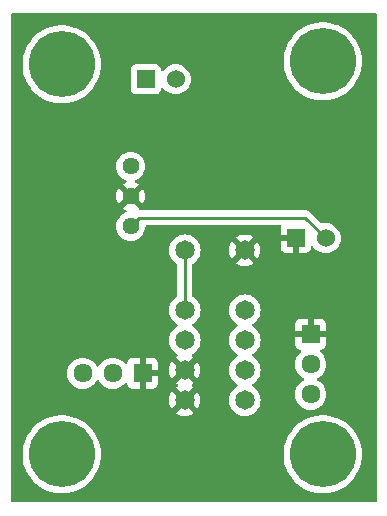
<source format=gbr>
%TF.GenerationSoftware,KiCad,Pcbnew,7.0.2*%
%TF.CreationDate,2023-05-21T22:41:38+02:00*%
%TF.ProjectId,AMS & IMD Reset,414d5320-2620-4494-9d44-205265736574,rev?*%
%TF.SameCoordinates,Original*%
%TF.FileFunction,Copper,L2,Bot*%
%TF.FilePolarity,Positive*%
%FSLAX46Y46*%
G04 Gerber Fmt 4.6, Leading zero omitted, Abs format (unit mm)*
G04 Created by KiCad (PCBNEW 7.0.2) date 2023-05-21 22:41:38*
%MOMM*%
%LPD*%
G01*
G04 APERTURE LIST*
%TA.AperFunction,ComponentPad*%
%ADD10R,1.610000X1.610000*%
%TD*%
%TA.AperFunction,ComponentPad*%
%ADD11C,1.610000*%
%TD*%
%TA.AperFunction,ComponentPad*%
%ADD12C,5.600000*%
%TD*%
%TA.AperFunction,ComponentPad*%
%ADD13R,1.530000X1.530000*%
%TD*%
%TA.AperFunction,ComponentPad*%
%ADD14C,1.530000*%
%TD*%
%TA.AperFunction,ComponentPad*%
%ADD15C,1.440000*%
%TD*%
%TA.AperFunction,ComponentPad*%
%ADD16C,1.650000*%
%TD*%
%TA.AperFunction,Conductor*%
%ADD17C,0.250000*%
%TD*%
G04 APERTURE END LIST*
D10*
%TO.P,J2,1,1*%
%TO.N,GND*%
X183896000Y-100076000D03*
D11*
%TO.P,J2,2,2*%
%TO.N,/C Button + LED*%
X183896000Y-102616000D03*
%TO.P,J2,3,3*%
%TO.N,/NO Button*%
X183896000Y-105156000D03*
%TD*%
D10*
%TO.P,J1,1,1*%
%TO.N,GND*%
X169672000Y-103378000D03*
D11*
%TO.P,J1,2,2*%
%TO.N,/AMS Input*%
X167132000Y-103378000D03*
%TO.P,J1,3,3*%
%TO.N,/IMD Input*%
X164592000Y-103378000D03*
%TD*%
D12*
%TO.P,,1*%
%TO.N,N/C*%
X162814000Y-110236000D03*
%TD*%
D13*
%TO.P,J3,1,1*%
%TO.N,/SCin*%
X169926000Y-78486000D03*
D14*
%TO.P,J3,2,2*%
%TO.N,/SCout*%
X172466000Y-78486000D03*
%TD*%
D15*
%TO.P,U1,1,+VIN*%
%TO.N,+12V*%
X168656000Y-90932000D03*
%TO.P,U1,2,GND*%
%TO.N,GND*%
X168656000Y-88392000D03*
%TO.P,U1,3,+VOUT*%
%TO.N,+5V*%
X168656000Y-85852000D03*
%TD*%
D12*
%TO.P,,1*%
%TO.N,N/C*%
X184912000Y-76962000D03*
%TD*%
D16*
%TO.P,K2,1,1*%
%TO.N,Net-(K2-Pad1)*%
X173228000Y-92964000D03*
%TO.P,K2,2,2*%
X173228000Y-98044000D03*
%TO.P,K2,3,3*%
%TO.N,Net-(G1-Y)*%
X173228000Y-100584000D03*
%TO.P,K2,4,4*%
%TO.N,GND*%
X173228000Y-103124000D03*
%TO.P,K2,5,5*%
X173228000Y-105664000D03*
%TO.P,K2,6,6*%
%TO.N,/NO Button*%
X178308000Y-105664000D03*
%TO.P,K2,7,7*%
%TO.N,/C Button + LED*%
X178308000Y-103124000D03*
%TO.P,K2,8,8*%
%TO.N,+12V*%
X178308000Y-100584000D03*
%TO.P,K2,9,9*%
%TO.N,Net-(K2-Pad9)*%
X178308000Y-98044000D03*
%TO.P,K2,10,10*%
%TO.N,GND*%
X178308000Y-92964000D03*
%TD*%
D12*
%TO.P,,1*%
%TO.N,N/C*%
X162814000Y-77216000D03*
%TD*%
D13*
%TO.P,J4,1,1*%
%TO.N,GND*%
X182626000Y-91948000D03*
D14*
%TO.P,J4,2,2*%
%TO.N,+12V*%
X185166000Y-91948000D03*
%TD*%
D12*
%TO.P,,1*%
%TO.N,N/C*%
X184912000Y-110236000D03*
%TD*%
D17*
%TO.N,+12V*%
X183430001Y-90212001D02*
X169375999Y-90212001D01*
X169375999Y-90212001D02*
X168656000Y-90932000D01*
X185166000Y-91948000D02*
X183430001Y-90212001D01*
%TO.N,Net-(K2-Pad1)*%
X173228000Y-92964000D02*
X173228000Y-98044000D01*
%TD*%
%TA.AperFunction,Conductor*%
%TO.N,GND*%
G36*
X189426539Y-72918185D02*
G01*
X189472294Y-72970989D01*
X189483500Y-73022500D01*
X189483500Y-114175500D01*
X189463815Y-114242539D01*
X189411011Y-114288294D01*
X189359500Y-114299500D01*
X158620500Y-114299500D01*
X158553461Y-114279815D01*
X158507706Y-114227011D01*
X158496500Y-114175500D01*
X158496500Y-110236000D01*
X159500641Y-110236000D01*
X159500823Y-110239356D01*
X159519881Y-110590878D01*
X159519882Y-110590894D01*
X159520064Y-110594237D01*
X159520606Y-110597547D01*
X159520607Y-110597550D01*
X159577561Y-110944960D01*
X159577563Y-110944972D01*
X159578105Y-110948274D01*
X159579001Y-110951503D01*
X159579004Y-110951514D01*
X159654884Y-111224806D01*
X159674085Y-111293961D01*
X159806877Y-111627243D01*
X159808447Y-111630205D01*
X159808452Y-111630215D01*
X159928356Y-111856377D01*
X159974925Y-111944215D01*
X160176258Y-112241159D01*
X160408516Y-112514595D01*
X160410947Y-112516898D01*
X160410953Y-112516904D01*
X160590533Y-112687011D01*
X160668977Y-112761317D01*
X160954586Y-112978431D01*
X161261995Y-113163393D01*
X161587599Y-113314033D01*
X161927583Y-113428587D01*
X162277958Y-113505711D01*
X162634618Y-113544500D01*
X162637976Y-113544500D01*
X162990024Y-113544500D01*
X162993382Y-113544500D01*
X163350042Y-113505711D01*
X163700417Y-113428587D01*
X164040401Y-113314033D01*
X164366005Y-113163393D01*
X164673414Y-112978431D01*
X164959023Y-112761317D01*
X165219484Y-112514595D01*
X165451742Y-112241159D01*
X165653075Y-111944215D01*
X165821123Y-111627243D01*
X165953915Y-111293961D01*
X166049895Y-110948274D01*
X166107936Y-110594237D01*
X166127359Y-110236000D01*
X181598641Y-110236000D01*
X181598823Y-110239356D01*
X181617881Y-110590878D01*
X181617882Y-110590894D01*
X181618064Y-110594237D01*
X181618606Y-110597547D01*
X181618607Y-110597550D01*
X181675561Y-110944960D01*
X181675563Y-110944972D01*
X181676105Y-110948274D01*
X181677001Y-110951503D01*
X181677004Y-110951514D01*
X181752884Y-111224806D01*
X181772085Y-111293961D01*
X181904877Y-111627243D01*
X181906447Y-111630205D01*
X181906452Y-111630215D01*
X182026356Y-111856377D01*
X182072925Y-111944215D01*
X182274258Y-112241159D01*
X182506516Y-112514595D01*
X182508947Y-112516898D01*
X182508953Y-112516904D01*
X182688533Y-112687011D01*
X182766977Y-112761317D01*
X183052586Y-112978431D01*
X183359995Y-113163393D01*
X183685599Y-113314033D01*
X184025583Y-113428587D01*
X184375958Y-113505711D01*
X184732618Y-113544500D01*
X184735976Y-113544500D01*
X185088024Y-113544500D01*
X185091382Y-113544500D01*
X185448042Y-113505711D01*
X185798417Y-113428587D01*
X186138401Y-113314033D01*
X186464005Y-113163393D01*
X186771414Y-112978431D01*
X187057023Y-112761317D01*
X187317484Y-112514595D01*
X187549742Y-112241159D01*
X187751075Y-111944215D01*
X187919123Y-111627243D01*
X188051915Y-111293961D01*
X188147895Y-110948274D01*
X188205936Y-110594237D01*
X188225359Y-110236000D01*
X188205936Y-109877763D01*
X188147895Y-109523726D01*
X188051915Y-109178039D01*
X187919123Y-108844757D01*
X187751075Y-108527785D01*
X187549742Y-108230841D01*
X187317484Y-107957405D01*
X187315051Y-107955100D01*
X187315046Y-107955095D01*
X187059453Y-107712985D01*
X187057023Y-107710683D01*
X186771414Y-107493569D01*
X186768540Y-107491840D01*
X186768536Y-107491837D01*
X186466887Y-107310341D01*
X186466886Y-107310340D01*
X186464005Y-107308607D01*
X186138401Y-107157967D01*
X186045957Y-107126819D01*
X185801591Y-107044482D01*
X185801583Y-107044479D01*
X185798417Y-107043413D01*
X185795150Y-107042694D01*
X185795147Y-107042693D01*
X185451323Y-106967011D01*
X185451319Y-106967010D01*
X185448042Y-106966289D01*
X185444706Y-106965926D01*
X185444699Y-106965925D01*
X185094720Y-106927863D01*
X185094719Y-106927862D01*
X185091382Y-106927500D01*
X184732618Y-106927500D01*
X184729281Y-106927862D01*
X184729279Y-106927863D01*
X184379300Y-106965925D01*
X184379290Y-106965926D01*
X184375958Y-106966289D01*
X184372683Y-106967009D01*
X184372676Y-106967011D01*
X184028852Y-107042693D01*
X184028844Y-107042695D01*
X184025583Y-107043413D01*
X184022421Y-107044478D01*
X184022408Y-107044482D01*
X183688786Y-107156893D01*
X183688783Y-107156894D01*
X183685599Y-107157967D01*
X183682550Y-107159377D01*
X183682544Y-107159380D01*
X183363050Y-107307193D01*
X183363040Y-107307197D01*
X183359995Y-107308607D01*
X183357121Y-107310336D01*
X183357112Y-107310341D01*
X183055463Y-107491837D01*
X183055450Y-107491845D01*
X183052586Y-107493569D01*
X183049928Y-107495589D01*
X183049917Y-107495597D01*
X182769636Y-107708661D01*
X182769628Y-107708667D01*
X182766977Y-107710683D01*
X182764553Y-107712978D01*
X182764546Y-107712985D01*
X182508953Y-107955095D01*
X182508938Y-107955110D01*
X182506516Y-107957405D01*
X182504353Y-107959950D01*
X182504342Y-107959963D01*
X182276431Y-108228282D01*
X182276425Y-108228289D01*
X182274258Y-108230841D01*
X182272378Y-108233613D01*
X182272371Y-108233623D01*
X182074815Y-108524996D01*
X182074807Y-108525008D01*
X182072925Y-108527785D01*
X182071350Y-108530755D01*
X182071348Y-108530759D01*
X181906452Y-108841784D01*
X181906443Y-108841801D01*
X181904877Y-108844757D01*
X181903636Y-108847869D01*
X181903632Y-108847880D01*
X181773330Y-109174913D01*
X181773327Y-109174921D01*
X181772085Y-109178039D01*
X181771185Y-109181277D01*
X181771185Y-109181280D01*
X181677004Y-109520485D01*
X181677000Y-109520500D01*
X181676105Y-109523726D01*
X181675564Y-109527023D01*
X181675561Y-109527039D01*
X181618607Y-109874449D01*
X181618064Y-109877763D01*
X181617882Y-109881103D01*
X181617881Y-109881121D01*
X181598823Y-110232643D01*
X181598641Y-110236000D01*
X166127359Y-110236000D01*
X166107936Y-109877763D01*
X166049895Y-109523726D01*
X165953915Y-109178039D01*
X165821123Y-108844757D01*
X165653075Y-108527785D01*
X165451742Y-108230841D01*
X165219484Y-107957405D01*
X165217051Y-107955100D01*
X165217046Y-107955095D01*
X164961453Y-107712985D01*
X164959023Y-107710683D01*
X164673414Y-107493569D01*
X164670540Y-107491840D01*
X164670536Y-107491837D01*
X164368887Y-107310341D01*
X164368886Y-107310340D01*
X164366005Y-107308607D01*
X164040401Y-107157967D01*
X163947957Y-107126819D01*
X163703591Y-107044482D01*
X163703583Y-107044479D01*
X163700417Y-107043413D01*
X163697150Y-107042694D01*
X163697147Y-107042693D01*
X163353323Y-106967011D01*
X163353319Y-106967010D01*
X163350042Y-106966289D01*
X163346706Y-106965926D01*
X163346699Y-106965925D01*
X162996720Y-106927863D01*
X162996719Y-106927862D01*
X162993382Y-106927500D01*
X162634618Y-106927500D01*
X162631281Y-106927862D01*
X162631279Y-106927863D01*
X162281300Y-106965925D01*
X162281290Y-106965926D01*
X162277958Y-106966289D01*
X162274683Y-106967009D01*
X162274676Y-106967011D01*
X161930852Y-107042693D01*
X161930844Y-107042695D01*
X161927583Y-107043413D01*
X161924421Y-107044478D01*
X161924408Y-107044482D01*
X161590786Y-107156893D01*
X161590783Y-107156894D01*
X161587599Y-107157967D01*
X161584550Y-107159377D01*
X161584544Y-107159380D01*
X161265050Y-107307193D01*
X161265040Y-107307197D01*
X161261995Y-107308607D01*
X161259121Y-107310336D01*
X161259112Y-107310341D01*
X160957463Y-107491837D01*
X160957450Y-107491845D01*
X160954586Y-107493569D01*
X160951928Y-107495589D01*
X160951917Y-107495597D01*
X160671636Y-107708661D01*
X160671628Y-107708667D01*
X160668977Y-107710683D01*
X160666553Y-107712978D01*
X160666546Y-107712985D01*
X160410953Y-107955095D01*
X160410938Y-107955110D01*
X160408516Y-107957405D01*
X160406353Y-107959950D01*
X160406342Y-107959963D01*
X160178431Y-108228282D01*
X160178425Y-108228289D01*
X160176258Y-108230841D01*
X160174378Y-108233613D01*
X160174371Y-108233623D01*
X159976815Y-108524996D01*
X159976807Y-108525008D01*
X159974925Y-108527785D01*
X159973350Y-108530755D01*
X159973348Y-108530759D01*
X159808452Y-108841784D01*
X159808443Y-108841801D01*
X159806877Y-108844757D01*
X159805636Y-108847869D01*
X159805632Y-108847880D01*
X159675330Y-109174913D01*
X159675327Y-109174921D01*
X159674085Y-109178039D01*
X159673185Y-109181277D01*
X159673185Y-109181280D01*
X159579004Y-109520485D01*
X159579000Y-109520500D01*
X159578105Y-109523726D01*
X159577564Y-109527023D01*
X159577561Y-109527039D01*
X159520607Y-109874449D01*
X159520064Y-109877763D01*
X159519882Y-109881103D01*
X159519881Y-109881121D01*
X159500823Y-110232643D01*
X159500641Y-110236000D01*
X158496500Y-110236000D01*
X158496500Y-103378000D01*
X163273482Y-103378000D01*
X163293513Y-103606955D01*
X163352999Y-103828960D01*
X163385195Y-103898004D01*
X163450131Y-104037259D01*
X163581957Y-104225526D01*
X163744474Y-104388043D01*
X163932741Y-104519869D01*
X164141041Y-104617001D01*
X164363042Y-104676486D01*
X164592000Y-104696517D01*
X164820958Y-104676486D01*
X165042959Y-104617001D01*
X165251259Y-104519869D01*
X165439526Y-104388043D01*
X165602043Y-104225526D01*
X165733869Y-104037259D01*
X165749618Y-104003484D01*
X165795790Y-103951045D01*
X165862983Y-103931893D01*
X165929864Y-103952108D01*
X165974381Y-104003484D01*
X165990131Y-104037259D01*
X166121957Y-104225526D01*
X166284474Y-104388043D01*
X166472741Y-104519869D01*
X166681041Y-104617001D01*
X166903042Y-104676486D01*
X167132000Y-104696517D01*
X167360958Y-104676486D01*
X167582959Y-104617001D01*
X167791259Y-104519869D01*
X167979526Y-104388043D01*
X168142043Y-104225526D01*
X168147022Y-104218415D01*
X168201590Y-104174792D01*
X168271088Y-104167594D01*
X168333445Y-104199112D01*
X168368863Y-104259340D01*
X168371885Y-104276278D01*
X168373400Y-104290371D01*
X168423647Y-104425089D01*
X168509811Y-104540188D01*
X168624910Y-104626352D01*
X168759628Y-104676599D01*
X168815867Y-104682645D01*
X168822482Y-104683000D01*
X169422000Y-104683000D01*
X169422000Y-103852128D01*
X169456851Y-103873322D01*
X169598466Y-103913000D01*
X169708595Y-103913000D01*
X169817698Y-103898004D01*
X169922000Y-103852699D01*
X169922000Y-104683000D01*
X170521518Y-104683000D01*
X170528132Y-104682645D01*
X170584371Y-104676599D01*
X170719089Y-104626352D01*
X170834188Y-104540188D01*
X170920352Y-104425089D01*
X170970599Y-104290371D01*
X170976645Y-104234132D01*
X170977000Y-104227518D01*
X170977000Y-103628000D01*
X170150390Y-103628000D01*
X170151485Y-103626449D01*
X170200735Y-103487872D01*
X170210771Y-103341147D01*
X170180849Y-103197155D01*
X170145016Y-103128000D01*
X170977000Y-103128000D01*
X170977000Y-102528481D01*
X170976645Y-102521867D01*
X170970599Y-102465628D01*
X170920352Y-102330910D01*
X170834188Y-102215811D01*
X170719089Y-102129647D01*
X170584371Y-102079400D01*
X170528132Y-102073354D01*
X170521518Y-102073000D01*
X169922000Y-102073000D01*
X169922000Y-102903871D01*
X169887149Y-102882678D01*
X169745534Y-102843000D01*
X169635405Y-102843000D01*
X169526302Y-102857996D01*
X169422000Y-102903300D01*
X169422000Y-102073000D01*
X168822482Y-102073000D01*
X168815867Y-102073354D01*
X168759628Y-102079400D01*
X168624910Y-102129647D01*
X168509811Y-102215811D01*
X168423647Y-102330910D01*
X168373400Y-102465628D01*
X168371885Y-102479721D01*
X168345145Y-102544271D01*
X168287751Y-102584118D01*
X168217926Y-102586609D01*
X168157838Y-102550955D01*
X168147033Y-102537600D01*
X168142043Y-102530474D01*
X167979526Y-102367957D01*
X167791259Y-102236131D01*
X167695218Y-102191346D01*
X167582960Y-102138999D01*
X167360955Y-102079513D01*
X167132000Y-102059482D01*
X166903044Y-102079513D01*
X166681039Y-102138999D01*
X166472741Y-102236131D01*
X166284473Y-102367957D01*
X166121957Y-102530473D01*
X165990132Y-102718739D01*
X165974382Y-102752516D01*
X165928209Y-102804955D01*
X165861015Y-102824106D01*
X165794134Y-102803889D01*
X165749618Y-102752516D01*
X165746144Y-102745066D01*
X165733869Y-102718742D01*
X165602043Y-102530474D01*
X165439526Y-102367957D01*
X165251259Y-102236131D01*
X165155218Y-102191346D01*
X165042960Y-102138999D01*
X164820955Y-102079513D01*
X164591999Y-102059482D01*
X164363044Y-102079513D01*
X164141039Y-102138999D01*
X163932741Y-102236131D01*
X163744473Y-102367957D01*
X163581957Y-102530473D01*
X163450131Y-102718741D01*
X163352999Y-102927039D01*
X163293513Y-103149044D01*
X163273482Y-103378000D01*
X158496500Y-103378000D01*
X158496500Y-100584000D01*
X171889405Y-100584000D01*
X171909741Y-100816441D01*
X171970133Y-101041827D01*
X172068744Y-101253296D01*
X172068744Y-101253297D01*
X172202578Y-101444432D01*
X172367568Y-101609422D01*
X172558703Y-101743256D01*
X172565246Y-101746307D01*
X172617685Y-101792478D01*
X172636838Y-101859671D01*
X172616623Y-101926553D01*
X172571609Y-101965558D01*
X172571856Y-101965911D01*
X172568451Y-101968294D01*
X172565250Y-101971069D01*
X172562973Y-101972130D01*
X172484577Y-102027023D01*
X172484576Y-102027024D01*
X173056431Y-102598878D01*
X172939542Y-102649651D01*
X172822261Y-102745066D01*
X172735072Y-102868585D01*
X172704645Y-102954197D01*
X172131024Y-102380576D01*
X172131023Y-102380576D01*
X172076133Y-102458968D01*
X171978151Y-102669092D01*
X171918145Y-102893038D01*
X171897938Y-103123999D01*
X171918145Y-103354961D01*
X171978151Y-103578907D01*
X172076133Y-103789032D01*
X172131023Y-103867422D01*
X172131023Y-103867423D01*
X172702070Y-103296376D01*
X172704884Y-103309915D01*
X172774442Y-103444156D01*
X172877638Y-103554652D01*
X173006819Y-103633209D01*
X173058002Y-103647549D01*
X172484575Y-104220975D01*
X172484575Y-104220976D01*
X172562965Y-104275864D01*
X172575302Y-104281617D01*
X172627742Y-104327790D01*
X172646894Y-104394983D01*
X172626679Y-104461864D01*
X172575304Y-104506382D01*
X172562967Y-104512134D01*
X172484577Y-104567023D01*
X172484576Y-104567024D01*
X173056431Y-105138878D01*
X172939542Y-105189651D01*
X172822261Y-105285066D01*
X172735072Y-105408585D01*
X172704645Y-105494197D01*
X172131024Y-104920576D01*
X172131023Y-104920577D01*
X172076133Y-104998968D01*
X171978151Y-105209092D01*
X171918145Y-105433038D01*
X171897938Y-105664000D01*
X171918145Y-105894961D01*
X171978151Y-106118907D01*
X172076133Y-106329032D01*
X172131023Y-106407422D01*
X172131024Y-106407423D01*
X172702070Y-105836376D01*
X172704884Y-105849915D01*
X172774442Y-105984156D01*
X172877638Y-106094652D01*
X173006819Y-106173209D01*
X173058002Y-106187549D01*
X172484575Y-106760975D01*
X172484575Y-106760976D01*
X172562967Y-106815866D01*
X172773092Y-106913848D01*
X172997038Y-106973854D01*
X173228000Y-106994061D01*
X173458961Y-106973854D01*
X173682907Y-106913848D01*
X173893028Y-106815867D01*
X173971423Y-106760975D01*
X173399568Y-106189121D01*
X173516458Y-106138349D01*
X173633739Y-106042934D01*
X173720928Y-105919415D01*
X173751354Y-105833802D01*
X174324975Y-106407423D01*
X174379867Y-106329028D01*
X174477848Y-106118907D01*
X174537854Y-105894961D01*
X174558061Y-105664000D01*
X176969405Y-105664000D01*
X176989741Y-105896441D01*
X177050133Y-106121827D01*
X177146753Y-106329028D01*
X177148744Y-106333297D01*
X177282578Y-106524432D01*
X177447568Y-106689422D01*
X177638703Y-106823256D01*
X177850174Y-106921867D01*
X178075556Y-106982258D01*
X178308000Y-107002594D01*
X178540444Y-106982258D01*
X178765826Y-106921867D01*
X178977297Y-106823256D01*
X179168432Y-106689422D01*
X179333422Y-106524432D01*
X179467256Y-106333297D01*
X179565867Y-106121826D01*
X179626258Y-105896444D01*
X179646594Y-105664000D01*
X179626258Y-105431556D01*
X179565867Y-105206174D01*
X179542470Y-105155999D01*
X182577482Y-105155999D01*
X182597513Y-105384955D01*
X182656999Y-105606960D01*
X182683598Y-105664001D01*
X182754131Y-105815259D01*
X182885957Y-106003526D01*
X183048474Y-106166043D01*
X183236741Y-106297869D01*
X183445041Y-106395001D01*
X183667042Y-106454486D01*
X183896000Y-106474517D01*
X184124958Y-106454486D01*
X184346959Y-106395001D01*
X184555259Y-106297869D01*
X184743526Y-106166043D01*
X184906043Y-106003526D01*
X185037869Y-105815259D01*
X185135001Y-105606959D01*
X185194486Y-105384958D01*
X185214517Y-105156000D01*
X185194486Y-104927042D01*
X185135001Y-104705041D01*
X185037869Y-104496742D01*
X184906043Y-104308474D01*
X184743526Y-104145957D01*
X184555259Y-104014131D01*
X184521484Y-103998381D01*
X184469045Y-103952210D01*
X184449893Y-103885017D01*
X184470108Y-103818136D01*
X184521485Y-103773618D01*
X184555259Y-103757869D01*
X184743526Y-103626043D01*
X184906043Y-103463526D01*
X185037869Y-103275259D01*
X185135001Y-103066959D01*
X185194486Y-102844958D01*
X185214517Y-102616000D01*
X185194486Y-102387042D01*
X185135001Y-102165041D01*
X185037869Y-101956742D01*
X184906043Y-101768474D01*
X184743526Y-101605957D01*
X184736413Y-101600976D01*
X184692790Y-101546404D01*
X184685595Y-101476906D01*
X184717116Y-101414550D01*
X184777345Y-101379135D01*
X184794282Y-101376113D01*
X184808375Y-101374597D01*
X184943089Y-101324352D01*
X185058188Y-101238188D01*
X185144352Y-101123089D01*
X185194599Y-100988371D01*
X185200645Y-100932132D01*
X185201000Y-100925518D01*
X185201000Y-100326000D01*
X184374390Y-100326000D01*
X184375485Y-100324449D01*
X184424735Y-100185872D01*
X184434771Y-100039147D01*
X184404849Y-99895155D01*
X184369016Y-99826000D01*
X185201000Y-99826000D01*
X185201000Y-99226481D01*
X185200645Y-99219867D01*
X185194599Y-99163628D01*
X185144352Y-99028910D01*
X185058188Y-98913811D01*
X184943089Y-98827647D01*
X184808371Y-98777400D01*
X184752132Y-98771354D01*
X184745518Y-98771000D01*
X184146000Y-98771000D01*
X184146000Y-99601871D01*
X184111149Y-99580678D01*
X183969534Y-99541000D01*
X183859405Y-99541000D01*
X183750302Y-99555996D01*
X183646000Y-99601300D01*
X183646000Y-98771000D01*
X183046482Y-98771000D01*
X183039867Y-98771354D01*
X182983628Y-98777400D01*
X182848910Y-98827647D01*
X182733811Y-98913811D01*
X182647647Y-99028910D01*
X182597400Y-99163628D01*
X182591354Y-99219867D01*
X182591000Y-99226481D01*
X182591000Y-99826000D01*
X183417610Y-99826000D01*
X183416515Y-99827551D01*
X183367265Y-99966128D01*
X183357229Y-100112853D01*
X183387151Y-100256845D01*
X183422984Y-100326000D01*
X182591000Y-100326000D01*
X182591000Y-100925518D01*
X182591354Y-100932132D01*
X182597400Y-100988371D01*
X182647647Y-101123089D01*
X182733811Y-101238188D01*
X182848910Y-101324352D01*
X182983624Y-101374597D01*
X182997717Y-101376113D01*
X183062268Y-101402852D01*
X183102116Y-101460244D01*
X183104610Y-101530069D01*
X183068958Y-101590158D01*
X183055593Y-101600971D01*
X183048474Y-101605957D01*
X183048470Y-101605960D01*
X182885957Y-101768473D01*
X182754131Y-101956741D01*
X182656999Y-102165039D01*
X182597513Y-102387044D01*
X182577482Y-102616000D01*
X182597513Y-102844955D01*
X182656999Y-103066960D01*
X182683598Y-103124001D01*
X182754131Y-103275259D01*
X182885957Y-103463526D01*
X183048474Y-103626043D01*
X183236741Y-103757869D01*
X183270515Y-103773618D01*
X183322954Y-103819791D01*
X183342106Y-103886984D01*
X183321890Y-103953865D01*
X183270516Y-103998382D01*
X183236739Y-104014132D01*
X183048473Y-104145957D01*
X182885957Y-104308473D01*
X182754131Y-104496741D01*
X182656999Y-104705039D01*
X182597513Y-104927044D01*
X182577482Y-105155999D01*
X179542470Y-105155999D01*
X179467256Y-104994703D01*
X179333422Y-104803568D01*
X179168432Y-104638578D01*
X178977297Y-104504744D01*
X178977296Y-104504743D01*
X178968411Y-104498522D01*
X178969734Y-104496631D01*
X178928371Y-104460211D01*
X178909218Y-104393017D01*
X178929433Y-104326136D01*
X178969667Y-104291272D01*
X178968411Y-104289478D01*
X178979638Y-104281617D01*
X179168432Y-104149422D01*
X179333422Y-103984432D01*
X179467256Y-103793297D01*
X179565867Y-103581826D01*
X179626258Y-103356444D01*
X179646594Y-103124000D01*
X179626258Y-102891556D01*
X179565867Y-102666174D01*
X179467256Y-102454703D01*
X179333422Y-102263568D01*
X179168432Y-102098578D01*
X178977297Y-101964744D01*
X178977296Y-101964743D01*
X178968411Y-101958522D01*
X178969734Y-101956631D01*
X178928371Y-101920211D01*
X178909218Y-101853017D01*
X178929433Y-101786136D01*
X178969667Y-101751272D01*
X178968411Y-101749478D01*
X178977300Y-101743254D01*
X179168432Y-101609422D01*
X179333422Y-101444432D01*
X179467256Y-101253297D01*
X179565867Y-101041826D01*
X179626258Y-100816444D01*
X179646594Y-100584000D01*
X179626258Y-100351556D01*
X179565867Y-100126174D01*
X179467256Y-99914703D01*
X179333422Y-99723568D01*
X179168432Y-99558578D01*
X178977297Y-99424744D01*
X178977296Y-99424743D01*
X178968411Y-99418522D01*
X178969734Y-99416631D01*
X178928371Y-99380211D01*
X178909218Y-99313017D01*
X178929433Y-99246136D01*
X178969667Y-99211272D01*
X178968411Y-99209478D01*
X178977297Y-99203256D01*
X179168432Y-99069422D01*
X179333422Y-98904432D01*
X179467256Y-98713297D01*
X179565867Y-98501826D01*
X179626258Y-98276444D01*
X179646594Y-98044000D01*
X179626258Y-97811556D01*
X179565867Y-97586174D01*
X179467256Y-97374703D01*
X179333422Y-97183568D01*
X179168432Y-97018578D01*
X178977297Y-96884744D01*
X178885903Y-96842126D01*
X178765827Y-96786133D01*
X178540441Y-96725741D01*
X178308000Y-96705405D01*
X178075558Y-96725741D01*
X177850172Y-96786133D01*
X177638702Y-96884744D01*
X177447567Y-97018578D01*
X177282578Y-97183567D01*
X177148744Y-97374702D01*
X177050133Y-97586172D01*
X176989741Y-97811558D01*
X176969405Y-98044000D01*
X176989741Y-98276441D01*
X177050133Y-98501827D01*
X177148744Y-98713297D01*
X177282578Y-98904432D01*
X177447567Y-99069421D01*
X177647589Y-99209478D01*
X177646265Y-99211368D01*
X177687632Y-99247796D01*
X177706781Y-99314990D01*
X177686562Y-99381870D01*
X177646333Y-99416728D01*
X177647589Y-99418522D01*
X177447567Y-99558578D01*
X177282578Y-99723567D01*
X177148744Y-99914702D01*
X177050133Y-100126172D01*
X176989741Y-100351558D01*
X176969405Y-100584000D01*
X176989741Y-100816441D01*
X177050133Y-101041827D01*
X177148744Y-101253297D01*
X177282578Y-101444432D01*
X177447567Y-101609421D01*
X177647589Y-101749478D01*
X177646265Y-101751368D01*
X177687632Y-101787796D01*
X177706781Y-101854990D01*
X177686562Y-101921870D01*
X177646333Y-101956728D01*
X177647589Y-101958522D01*
X177447567Y-102098578D01*
X177282578Y-102263567D01*
X177148744Y-102454702D01*
X177050133Y-102666172D01*
X176989741Y-102891558D01*
X176969405Y-103123999D01*
X176989741Y-103356441D01*
X177050133Y-103581827D01*
X177132224Y-103757870D01*
X177148744Y-103793297D01*
X177282578Y-103984432D01*
X177447568Y-104149422D01*
X177628146Y-104275864D01*
X177647589Y-104289478D01*
X177646265Y-104291368D01*
X177687632Y-104327796D01*
X177706781Y-104394990D01*
X177686562Y-104461870D01*
X177646333Y-104496728D01*
X177647589Y-104498522D01*
X177447567Y-104638578D01*
X177282578Y-104803567D01*
X177148744Y-104994702D01*
X177050133Y-105206172D01*
X176989741Y-105431558D01*
X176969405Y-105664000D01*
X174558061Y-105664000D01*
X174537854Y-105433038D01*
X174477848Y-105209092D01*
X174379867Y-104998972D01*
X174324974Y-104920576D01*
X173753929Y-105491622D01*
X173751116Y-105478085D01*
X173681558Y-105343844D01*
X173578362Y-105233348D01*
X173449181Y-105154791D01*
X173397997Y-105140450D01*
X173971423Y-104567024D01*
X173971422Y-104567023D01*
X173893034Y-104512135D01*
X173880698Y-104506383D01*
X173828258Y-104460210D01*
X173809106Y-104393017D01*
X173829321Y-104326136D01*
X173880698Y-104281617D01*
X173893031Y-104275865D01*
X173971423Y-104220975D01*
X173399568Y-103649121D01*
X173516458Y-103598349D01*
X173633739Y-103502934D01*
X173720928Y-103379415D01*
X173751354Y-103293802D01*
X174324975Y-103867423D01*
X174379867Y-103789028D01*
X174477848Y-103578907D01*
X174537854Y-103354961D01*
X174558061Y-103123999D01*
X174537854Y-102893038D01*
X174477848Y-102669092D01*
X174379867Y-102458972D01*
X174324974Y-102380576D01*
X173753929Y-102951622D01*
X173751116Y-102938085D01*
X173681558Y-102803844D01*
X173578362Y-102693348D01*
X173449181Y-102614791D01*
X173397997Y-102600450D01*
X173971423Y-102027024D01*
X173971422Y-102027023D01*
X173893032Y-101972133D01*
X173890753Y-101971071D01*
X173887796Y-101968467D01*
X173884145Y-101965911D01*
X173884430Y-101965503D01*
X173838314Y-101924899D01*
X173819162Y-101857705D01*
X173839378Y-101790824D01*
X173890753Y-101746307D01*
X173897297Y-101743256D01*
X174088432Y-101609422D01*
X174253422Y-101444432D01*
X174387256Y-101253297D01*
X174485867Y-101041826D01*
X174546258Y-100816444D01*
X174566594Y-100584000D01*
X174546258Y-100351556D01*
X174485867Y-100126174D01*
X174387256Y-99914703D01*
X174253422Y-99723568D01*
X174088432Y-99558578D01*
X173897297Y-99424744D01*
X173897296Y-99424743D01*
X173888411Y-99418522D01*
X173889734Y-99416631D01*
X173848371Y-99380211D01*
X173829218Y-99313017D01*
X173849433Y-99246136D01*
X173889667Y-99211272D01*
X173888411Y-99209478D01*
X173897297Y-99203256D01*
X174088432Y-99069422D01*
X174253422Y-98904432D01*
X174387256Y-98713297D01*
X174485867Y-98501826D01*
X174546258Y-98276444D01*
X174566594Y-98044000D01*
X174546258Y-97811556D01*
X174485867Y-97586174D01*
X174387256Y-97374703D01*
X174253422Y-97183568D01*
X174088432Y-97018578D01*
X173914375Y-96896702D01*
X173870752Y-96842126D01*
X173861500Y-96795128D01*
X173861500Y-94212871D01*
X173881185Y-94145832D01*
X173914375Y-94111297D01*
X174088432Y-93989422D01*
X174253422Y-93824432D01*
X174387256Y-93633297D01*
X174485867Y-93421826D01*
X174546258Y-93196444D01*
X174566594Y-92964000D01*
X176977938Y-92964000D01*
X176998145Y-93194961D01*
X177058151Y-93418907D01*
X177156133Y-93629032D01*
X177211023Y-93707422D01*
X177211024Y-93707423D01*
X177782070Y-93136376D01*
X177784884Y-93149915D01*
X177854442Y-93284156D01*
X177957638Y-93394652D01*
X178086819Y-93473209D01*
X178138002Y-93487549D01*
X177564575Y-94060975D01*
X177564575Y-94060976D01*
X177642967Y-94115866D01*
X177853092Y-94213848D01*
X178077038Y-94273854D01*
X178307999Y-94294061D01*
X178538961Y-94273854D01*
X178762907Y-94213848D01*
X178973028Y-94115867D01*
X179051423Y-94060975D01*
X178479568Y-93489121D01*
X178596458Y-93438349D01*
X178713739Y-93342934D01*
X178800928Y-93219415D01*
X178831354Y-93133802D01*
X179404975Y-93707423D01*
X179459867Y-93629028D01*
X179557848Y-93418907D01*
X179617854Y-93194961D01*
X179638061Y-92964000D01*
X179617854Y-92733038D01*
X179557848Y-92509092D01*
X179459867Y-92298972D01*
X179404974Y-92220576D01*
X178833929Y-92791622D01*
X178831116Y-92778085D01*
X178761558Y-92643844D01*
X178658362Y-92533348D01*
X178529181Y-92454791D01*
X178477997Y-92440450D01*
X179051423Y-91867024D01*
X179051422Y-91867023D01*
X178973032Y-91812133D01*
X178762907Y-91714151D01*
X178538961Y-91654145D01*
X178308000Y-91633938D01*
X178077038Y-91654145D01*
X177853092Y-91714151D01*
X177642968Y-91812133D01*
X177564577Y-91867023D01*
X177564576Y-91867024D01*
X178136431Y-92438878D01*
X178019542Y-92489651D01*
X177902261Y-92585066D01*
X177815072Y-92708585D01*
X177784645Y-92794197D01*
X177211024Y-92220576D01*
X177211023Y-92220577D01*
X177156133Y-92298968D01*
X177058151Y-92509092D01*
X176998145Y-92733038D01*
X176977938Y-92964000D01*
X174566594Y-92964000D01*
X174546258Y-92731556D01*
X174485867Y-92506174D01*
X174387256Y-92294703D01*
X174253422Y-92103568D01*
X174088432Y-91938578D01*
X173897297Y-91804744D01*
X173897297Y-91804743D01*
X173685827Y-91706133D01*
X173460441Y-91645741D01*
X173228000Y-91625405D01*
X172995558Y-91645741D01*
X172770172Y-91706133D01*
X172558702Y-91804744D01*
X172367567Y-91938578D01*
X172202578Y-92103567D01*
X172068744Y-92294702D01*
X171970133Y-92506172D01*
X171909741Y-92731558D01*
X171889405Y-92963999D01*
X171909741Y-93196441D01*
X171970133Y-93421827D01*
X172066753Y-93629028D01*
X172068744Y-93633297D01*
X172202578Y-93824432D01*
X172367568Y-93989422D01*
X172541623Y-94111297D01*
X172585248Y-94165873D01*
X172594500Y-94212871D01*
X172594500Y-96795128D01*
X172574815Y-96862167D01*
X172541624Y-96896703D01*
X172367564Y-97018581D01*
X172202578Y-97183567D01*
X172068744Y-97374702D01*
X171970133Y-97586172D01*
X171909741Y-97811558D01*
X171889405Y-98043999D01*
X171909741Y-98276441D01*
X171970133Y-98501827D01*
X172068744Y-98713297D01*
X172202578Y-98904432D01*
X172367567Y-99069421D01*
X172567589Y-99209478D01*
X172566265Y-99211368D01*
X172607632Y-99247796D01*
X172626781Y-99314990D01*
X172606562Y-99381870D01*
X172566333Y-99416728D01*
X172567589Y-99418522D01*
X172367567Y-99558578D01*
X172202578Y-99723567D01*
X172068744Y-99914702D01*
X171970133Y-100126172D01*
X171909741Y-100351558D01*
X171889405Y-100584000D01*
X158496500Y-100584000D01*
X158496500Y-90931999D01*
X167422806Y-90931999D01*
X167441541Y-91146139D01*
X167485131Y-91308820D01*
X167497178Y-91353777D01*
X167588024Y-91548597D01*
X167711319Y-91724681D01*
X167863319Y-91876681D01*
X168039403Y-91999976D01*
X168234223Y-92090822D01*
X168441858Y-92146458D01*
X168584619Y-92158948D01*
X168655999Y-92165193D01*
X168655999Y-92165192D01*
X168656000Y-92165193D01*
X168870142Y-92146458D01*
X169077777Y-92090822D01*
X169272597Y-91999976D01*
X169448681Y-91876681D01*
X169600681Y-91724681D01*
X169723976Y-91548597D01*
X169814822Y-91353777D01*
X169870458Y-91146142D01*
X169886858Y-90958694D01*
X169912310Y-90893625D01*
X169968901Y-90852646D01*
X170010386Y-90845501D01*
X181274639Y-90845501D01*
X181341678Y-90865186D01*
X181387433Y-90917990D01*
X181397377Y-90987148D01*
X181390821Y-91012834D01*
X181367400Y-91075626D01*
X181361354Y-91131867D01*
X181361000Y-91138481D01*
X181361000Y-91698000D01*
X182180428Y-91698000D01*
X182157318Y-91733960D01*
X182116000Y-91874673D01*
X182116000Y-92021327D01*
X182157318Y-92162040D01*
X182180428Y-92198000D01*
X181361000Y-92198000D01*
X181361000Y-92757518D01*
X181361354Y-92764132D01*
X181367400Y-92820371D01*
X181417647Y-92955089D01*
X181503811Y-93070188D01*
X181618910Y-93156352D01*
X181753628Y-93206599D01*
X181809867Y-93212645D01*
X181816482Y-93213000D01*
X182376000Y-93213000D01*
X182376000Y-92394494D01*
X182480839Y-92442373D01*
X182589527Y-92458000D01*
X182662473Y-92458000D01*
X182771161Y-92442373D01*
X182876000Y-92394494D01*
X182876000Y-93213000D01*
X183435518Y-93213000D01*
X183442132Y-93212645D01*
X183498371Y-93206599D01*
X183633089Y-93156352D01*
X183748188Y-93070188D01*
X183834352Y-92955089D01*
X183884599Y-92820371D01*
X183890645Y-92764132D01*
X183891000Y-92757518D01*
X183891000Y-92740669D01*
X183910685Y-92673630D01*
X183963489Y-92627875D01*
X184032647Y-92617931D01*
X184096203Y-92646956D01*
X184116570Y-92669540D01*
X184186716Y-92769717D01*
X184186718Y-92769719D01*
X184344283Y-92927284D01*
X184526816Y-93055097D01*
X184683484Y-93128151D01*
X184728773Y-93149270D01*
X184944014Y-93206944D01*
X185166000Y-93226365D01*
X185387986Y-93206944D01*
X185603227Y-93149270D01*
X185805183Y-93055097D01*
X185987717Y-92927284D01*
X186145284Y-92769717D01*
X186273097Y-92587183D01*
X186367270Y-92385227D01*
X186424944Y-92169986D01*
X186444365Y-91948000D01*
X186424944Y-91726014D01*
X186367270Y-91510773D01*
X186273097Y-91308818D01*
X186145284Y-91126283D01*
X185987717Y-90968716D01*
X185987716Y-90968715D01*
X185805183Y-90840902D01*
X185603230Y-90746731D01*
X185603227Y-90746730D01*
X185423866Y-90698670D01*
X185387983Y-90689055D01*
X185166000Y-90669634D01*
X184944012Y-90689055D01*
X184901918Y-90700334D01*
X184832068Y-90698670D01*
X184782145Y-90668240D01*
X183937089Y-89823184D01*
X183924045Y-89806903D01*
X183922001Y-89804984D01*
X183922001Y-89804983D01*
X183872316Y-89758326D01*
X183869551Y-89755646D01*
X183852528Y-89738623D01*
X183849771Y-89735866D01*
X183846487Y-89733318D01*
X183837624Y-89725747D01*
X183805322Y-89695415D01*
X183787434Y-89685581D01*
X183771170Y-89674897D01*
X183755041Y-89662386D01*
X183714378Y-89644790D01*
X183703884Y-89639649D01*
X183665063Y-89618306D01*
X183653387Y-89615308D01*
X183645285Y-89613228D01*
X183626880Y-89606927D01*
X183608146Y-89598820D01*
X183608144Y-89598819D01*
X183608143Y-89598819D01*
X183564384Y-89591888D01*
X183552944Y-89589519D01*
X183510032Y-89578501D01*
X183510031Y-89578501D01*
X183489617Y-89578501D01*
X183470218Y-89576974D01*
X183450059Y-89573781D01*
X183450058Y-89573781D01*
X183423410Y-89576300D01*
X183405944Y-89577951D01*
X183394275Y-89578501D01*
X169459627Y-89578501D01*
X169432577Y-89575515D01*
X169420802Y-89572883D01*
X169421715Y-89568794D01*
X169381378Y-89558299D01*
X169334006Y-89506941D01*
X169321619Y-89441146D01*
X169324030Y-89413583D01*
X168762035Y-88851587D01*
X168789776Y-88847599D01*
X168912714Y-88791455D01*
X169014855Y-88702949D01*
X169087923Y-88589253D01*
X169114907Y-88497353D01*
X169677583Y-89060030D01*
X169716589Y-89004325D01*
X169806802Y-88810861D01*
X169862055Y-88604657D01*
X169880660Y-88392000D01*
X169862055Y-88179342D01*
X169806802Y-87973138D01*
X169716587Y-87779670D01*
X169677583Y-87723967D01*
X169114906Y-88286644D01*
X169087923Y-88194747D01*
X169014855Y-88081051D01*
X168912714Y-87992545D01*
X168789776Y-87936401D01*
X168762034Y-87932412D01*
X169324031Y-87370415D01*
X169268325Y-87331409D01*
X169070303Y-87239071D01*
X169017863Y-87192899D01*
X168998711Y-87125706D01*
X169018926Y-87058824D01*
X169070303Y-87014307D01*
X169077777Y-87010822D01*
X169272597Y-86919976D01*
X169448681Y-86796681D01*
X169600681Y-86644681D01*
X169723976Y-86468597D01*
X169814822Y-86273777D01*
X169870458Y-86066142D01*
X169889193Y-85852000D01*
X169870458Y-85637858D01*
X169814822Y-85430223D01*
X169723976Y-85235404D01*
X169723975Y-85235402D01*
X169600683Y-85059321D01*
X169600679Y-85059317D01*
X169448681Y-84907319D01*
X169272597Y-84784024D01*
X169077778Y-84693178D01*
X168870139Y-84637541D01*
X168656000Y-84618806D01*
X168441860Y-84637541D01*
X168234221Y-84693178D01*
X168039402Y-84784024D01*
X167863317Y-84907319D01*
X167711319Y-85059317D01*
X167588024Y-85235402D01*
X167497178Y-85430221D01*
X167441541Y-85637860D01*
X167422806Y-85852000D01*
X167441541Y-86066139D01*
X167441542Y-86066142D01*
X167497178Y-86273777D01*
X167588024Y-86468597D01*
X167711319Y-86644681D01*
X167863319Y-86796681D01*
X168039403Y-86919976D01*
X168234223Y-87010822D01*
X168241697Y-87014307D01*
X168294136Y-87060479D01*
X168313288Y-87127673D01*
X168293072Y-87194554D01*
X168241697Y-87239071D01*
X168043670Y-87331412D01*
X167987968Y-87370414D01*
X167987967Y-87370415D01*
X168549966Y-87932412D01*
X168522224Y-87936401D01*
X168399286Y-87992545D01*
X168297145Y-88081051D01*
X168224077Y-88194747D01*
X168197093Y-88286644D01*
X167634415Y-87723967D01*
X167634414Y-87723967D01*
X167595411Y-87779672D01*
X167505197Y-87973138D01*
X167449944Y-88179342D01*
X167431339Y-88392000D01*
X167449944Y-88604657D01*
X167505197Y-88810861D01*
X167595410Y-89004326D01*
X167634415Y-89060030D01*
X167634415Y-89060031D01*
X168197092Y-88497354D01*
X168224077Y-88589253D01*
X168297145Y-88702949D01*
X168399286Y-88791455D01*
X168522224Y-88847599D01*
X168549965Y-88851587D01*
X167987967Y-89413583D01*
X168043669Y-89452586D01*
X168241697Y-89544928D01*
X168294136Y-89591100D01*
X168313288Y-89658294D01*
X168293072Y-89725175D01*
X168241697Y-89769692D01*
X168039402Y-89864024D01*
X167863317Y-89987319D01*
X167711319Y-90139317D01*
X167588024Y-90315402D01*
X167497178Y-90510221D01*
X167441541Y-90717860D01*
X167422806Y-90931999D01*
X158496500Y-90931999D01*
X158496500Y-77216000D01*
X159500641Y-77216000D01*
X159500823Y-77219356D01*
X159519881Y-77570878D01*
X159519882Y-77570894D01*
X159520064Y-77574237D01*
X159520606Y-77577547D01*
X159520607Y-77577550D01*
X159577561Y-77924960D01*
X159577563Y-77924972D01*
X159578105Y-77928274D01*
X159579001Y-77931503D01*
X159579004Y-77931514D01*
X159654884Y-78204806D01*
X159674085Y-78273961D01*
X159806877Y-78607243D01*
X159808447Y-78610205D01*
X159808452Y-78610215D01*
X159928356Y-78836377D01*
X159974925Y-78924215D01*
X159976812Y-78926998D01*
X159976815Y-78927003D01*
X160005776Y-78969717D01*
X160176258Y-79221159D01*
X160245710Y-79302924D01*
X160404050Y-79489338D01*
X160408516Y-79494595D01*
X160410947Y-79496898D01*
X160410953Y-79496904D01*
X160411269Y-79497203D01*
X160668977Y-79741317D01*
X160954586Y-79958431D01*
X161261995Y-80143393D01*
X161587599Y-80294033D01*
X161927583Y-80408587D01*
X162277958Y-80485711D01*
X162634618Y-80524500D01*
X162637976Y-80524500D01*
X162990024Y-80524500D01*
X162993382Y-80524500D01*
X163350042Y-80485711D01*
X163700417Y-80408587D01*
X164040401Y-80294033D01*
X164366005Y-80143393D01*
X164673414Y-79958431D01*
X164959023Y-79741317D01*
X165219484Y-79494595D01*
X165385082Y-79299638D01*
X168652500Y-79299638D01*
X168652852Y-79302918D01*
X168652853Y-79302924D01*
X168659011Y-79360205D01*
X168710110Y-79497203D01*
X168797738Y-79614261D01*
X168914796Y-79701889D01*
X169051794Y-79752988D01*
X169051797Y-79752988D01*
X169051799Y-79752989D01*
X169112362Y-79759500D01*
X169115672Y-79759500D01*
X170736328Y-79759500D01*
X170739638Y-79759500D01*
X170800201Y-79752989D01*
X170800203Y-79752988D01*
X170800205Y-79752988D01*
X170878124Y-79723924D01*
X170937204Y-79701889D01*
X171054261Y-79614261D01*
X171141889Y-79497204D01*
X171192989Y-79360201D01*
X171199500Y-79299638D01*
X171199500Y-79290808D01*
X171219185Y-79223769D01*
X171271989Y-79178014D01*
X171341147Y-79168070D01*
X171404703Y-79197095D01*
X171425070Y-79219679D01*
X171486716Y-79307717D01*
X171486719Y-79307719D01*
X171486719Y-79307720D01*
X171644283Y-79465284D01*
X171826816Y-79593097D01*
X171983484Y-79666151D01*
X172028773Y-79687270D01*
X172244014Y-79744944D01*
X172466000Y-79764365D01*
X172687986Y-79744944D01*
X172903227Y-79687270D01*
X173105183Y-79593097D01*
X173287717Y-79465284D01*
X173445284Y-79307717D01*
X173573097Y-79125183D01*
X173667270Y-78923227D01*
X173724944Y-78707986D01*
X173744365Y-78486000D01*
X173724944Y-78264014D01*
X173667270Y-78048773D01*
X173573097Y-77846818D01*
X173445284Y-77664283D01*
X173287717Y-77506716D01*
X173287716Y-77506715D01*
X173105183Y-77378902D01*
X172903230Y-77284731D01*
X172903227Y-77284730D01*
X172795606Y-77255892D01*
X172687983Y-77227055D01*
X172466000Y-77207634D01*
X172244016Y-77227055D01*
X172028771Y-77284730D01*
X171872204Y-77357739D01*
X171826818Y-77378903D01*
X171644283Y-77506716D01*
X171644279Y-77506719D01*
X171486719Y-77664279D01*
X171486716Y-77664282D01*
X171486716Y-77664283D01*
X171425073Y-77752317D01*
X171370497Y-77795941D01*
X171300999Y-77803133D01*
X171238644Y-77771611D01*
X171203231Y-77711381D01*
X171199500Y-77681192D01*
X171199500Y-77675671D01*
X171199500Y-77675670D01*
X171199500Y-77672362D01*
X171192989Y-77611799D01*
X171192988Y-77611797D01*
X171192988Y-77611794D01*
X171141889Y-77474796D01*
X171054261Y-77357738D01*
X170937203Y-77270110D01*
X170800205Y-77219011D01*
X170742924Y-77212853D01*
X170742918Y-77212852D01*
X170739638Y-77212500D01*
X169112362Y-77212500D01*
X169109082Y-77212852D01*
X169109075Y-77212853D01*
X169051794Y-77219011D01*
X168914796Y-77270110D01*
X168797738Y-77357738D01*
X168710110Y-77474796D01*
X168659011Y-77611794D01*
X168652853Y-77669075D01*
X168652500Y-77672362D01*
X168652500Y-79299638D01*
X165385082Y-79299638D01*
X165451742Y-79221159D01*
X165653075Y-78924215D01*
X165821123Y-78607243D01*
X165953915Y-78273961D01*
X166049895Y-77928274D01*
X166107936Y-77574237D01*
X166127359Y-77216000D01*
X166113588Y-76962000D01*
X181598641Y-76962000D01*
X181598823Y-76965356D01*
X181617881Y-77316878D01*
X181617882Y-77316894D01*
X181618064Y-77320237D01*
X181618606Y-77323547D01*
X181618607Y-77323550D01*
X181675561Y-77670960D01*
X181675563Y-77670972D01*
X181676105Y-77674274D01*
X181677001Y-77677503D01*
X181677004Y-77677514D01*
X181724012Y-77846818D01*
X181772085Y-78019961D01*
X181773329Y-78023084D01*
X181773330Y-78023086D01*
X181869325Y-78264016D01*
X181904877Y-78353243D01*
X181906447Y-78356205D01*
X181906452Y-78356215D01*
X181975260Y-78486000D01*
X182072925Y-78670215D01*
X182074812Y-78672998D01*
X182074815Y-78673003D01*
X182272371Y-78964376D01*
X182274258Y-78967159D01*
X182276431Y-78969717D01*
X182492179Y-79223717D01*
X182506516Y-79240595D01*
X182508947Y-79242898D01*
X182508953Y-79242904D01*
X182688533Y-79413011D01*
X182766977Y-79487317D01*
X183052586Y-79704431D01*
X183359995Y-79889393D01*
X183685599Y-80040033D01*
X184025583Y-80154587D01*
X184375958Y-80231711D01*
X184732618Y-80270500D01*
X184735976Y-80270500D01*
X185088024Y-80270500D01*
X185091382Y-80270500D01*
X185448042Y-80231711D01*
X185798417Y-80154587D01*
X186138401Y-80040033D01*
X186464005Y-79889393D01*
X186771414Y-79704431D01*
X187057023Y-79487317D01*
X187317484Y-79240595D01*
X187549742Y-78967159D01*
X187751075Y-78670215D01*
X187919123Y-78353243D01*
X188051915Y-78019961D01*
X188147895Y-77674274D01*
X188205936Y-77320237D01*
X188225359Y-76962000D01*
X188205936Y-76603763D01*
X188147895Y-76249726D01*
X188051915Y-75904039D01*
X187919123Y-75570757D01*
X187751075Y-75253785D01*
X187549742Y-74956841D01*
X187404665Y-74786043D01*
X187319657Y-74685963D01*
X187319654Y-74685960D01*
X187317484Y-74683405D01*
X187315051Y-74681100D01*
X187315046Y-74681095D01*
X187059453Y-74438985D01*
X187057023Y-74436683D01*
X186771414Y-74219569D01*
X186768540Y-74217840D01*
X186768536Y-74217837D01*
X186466887Y-74036341D01*
X186466886Y-74036340D01*
X186464005Y-74034607D01*
X186439809Y-74023413D01*
X186247314Y-73934355D01*
X186138401Y-73883967D01*
X186045957Y-73852819D01*
X185801591Y-73770482D01*
X185801583Y-73770479D01*
X185798417Y-73769413D01*
X185795150Y-73768694D01*
X185795147Y-73768693D01*
X185451323Y-73693011D01*
X185451319Y-73693010D01*
X185448042Y-73692289D01*
X185444706Y-73691926D01*
X185444699Y-73691925D01*
X185094720Y-73653863D01*
X185094719Y-73653862D01*
X185091382Y-73653500D01*
X184732618Y-73653500D01*
X184729281Y-73653862D01*
X184729279Y-73653863D01*
X184379300Y-73691925D01*
X184379290Y-73691926D01*
X184375958Y-73692289D01*
X184372683Y-73693009D01*
X184372676Y-73693011D01*
X184028852Y-73768693D01*
X184028844Y-73768695D01*
X184025583Y-73769413D01*
X184022421Y-73770478D01*
X184022408Y-73770482D01*
X183688786Y-73882893D01*
X183688783Y-73882894D01*
X183685599Y-73883967D01*
X183682550Y-73885377D01*
X183682544Y-73885380D01*
X183363050Y-74033193D01*
X183363040Y-74033197D01*
X183359995Y-74034607D01*
X183357121Y-74036336D01*
X183357112Y-74036341D01*
X183055463Y-74217837D01*
X183055450Y-74217845D01*
X183052586Y-74219569D01*
X183049928Y-74221589D01*
X183049917Y-74221597D01*
X182769636Y-74434661D01*
X182769628Y-74434667D01*
X182766977Y-74436683D01*
X182764553Y-74438978D01*
X182764546Y-74438985D01*
X182508953Y-74681095D01*
X182508938Y-74681110D01*
X182506516Y-74683405D01*
X182504353Y-74685950D01*
X182504342Y-74685963D01*
X182276431Y-74954282D01*
X182276425Y-74954289D01*
X182274258Y-74956841D01*
X182272378Y-74959613D01*
X182272371Y-74959623D01*
X182074815Y-75250996D01*
X182074807Y-75251008D01*
X182072925Y-75253785D01*
X182071350Y-75256755D01*
X182071348Y-75256759D01*
X181906452Y-75567784D01*
X181906443Y-75567801D01*
X181904877Y-75570757D01*
X181903636Y-75573869D01*
X181903632Y-75573880D01*
X181773330Y-75900913D01*
X181773327Y-75900921D01*
X181772085Y-75904039D01*
X181771185Y-75907277D01*
X181771185Y-75907280D01*
X181677004Y-76246485D01*
X181677000Y-76246500D01*
X181676105Y-76249726D01*
X181675564Y-76253023D01*
X181675561Y-76253039D01*
X181634995Y-76500485D01*
X181618064Y-76603763D01*
X181617882Y-76607103D01*
X181617881Y-76607121D01*
X181604110Y-76861121D01*
X181598641Y-76962000D01*
X166113588Y-76962000D01*
X166107936Y-76857763D01*
X166049895Y-76503726D01*
X165953915Y-76158039D01*
X165821123Y-75824757D01*
X165653075Y-75507785D01*
X165451742Y-75210841D01*
X165235993Y-74956841D01*
X165221657Y-74939963D01*
X165221654Y-74939960D01*
X165219484Y-74937405D01*
X165217051Y-74935100D01*
X165217046Y-74935095D01*
X164961453Y-74692985D01*
X164959023Y-74690683D01*
X164673414Y-74473569D01*
X164670540Y-74471840D01*
X164670536Y-74471837D01*
X164368887Y-74290341D01*
X164368886Y-74290340D01*
X164366005Y-74288607D01*
X164040401Y-74137967D01*
X163947957Y-74106819D01*
X163703591Y-74024482D01*
X163703583Y-74024479D01*
X163700417Y-74023413D01*
X163697150Y-74022694D01*
X163697147Y-74022693D01*
X163353323Y-73947011D01*
X163353319Y-73947010D01*
X163350042Y-73946289D01*
X163346706Y-73945926D01*
X163346699Y-73945925D01*
X162996720Y-73907863D01*
X162996719Y-73907862D01*
X162993382Y-73907500D01*
X162634618Y-73907500D01*
X162631281Y-73907862D01*
X162631279Y-73907863D01*
X162281300Y-73945925D01*
X162281290Y-73945926D01*
X162277958Y-73946289D01*
X162274683Y-73947009D01*
X162274676Y-73947011D01*
X161930852Y-74022693D01*
X161930844Y-74022695D01*
X161927583Y-74023413D01*
X161924421Y-74024478D01*
X161924408Y-74024482D01*
X161590786Y-74136893D01*
X161590783Y-74136894D01*
X161587599Y-74137967D01*
X161584550Y-74139377D01*
X161584544Y-74139380D01*
X161265050Y-74287193D01*
X161265040Y-74287197D01*
X161261995Y-74288607D01*
X161259121Y-74290336D01*
X161259112Y-74290341D01*
X160957463Y-74471837D01*
X160957450Y-74471845D01*
X160954586Y-74473569D01*
X160951928Y-74475589D01*
X160951917Y-74475597D01*
X160671636Y-74688661D01*
X160671628Y-74688667D01*
X160668977Y-74690683D01*
X160666553Y-74692978D01*
X160666546Y-74692985D01*
X160410953Y-74935095D01*
X160410938Y-74935110D01*
X160408516Y-74937405D01*
X160406353Y-74939950D01*
X160406342Y-74939963D01*
X160178431Y-75208282D01*
X160178425Y-75208289D01*
X160176258Y-75210841D01*
X160174378Y-75213613D01*
X160174371Y-75213623D01*
X159976815Y-75504996D01*
X159976807Y-75505008D01*
X159974925Y-75507785D01*
X159973350Y-75510755D01*
X159973348Y-75510759D01*
X159808452Y-75821784D01*
X159808443Y-75821801D01*
X159806877Y-75824757D01*
X159805636Y-75827869D01*
X159805632Y-75827880D01*
X159675330Y-76154913D01*
X159675327Y-76154921D01*
X159674085Y-76158039D01*
X159673185Y-76161277D01*
X159673185Y-76161280D01*
X159579004Y-76500485D01*
X159579000Y-76500500D01*
X159578105Y-76503726D01*
X159577564Y-76507023D01*
X159577561Y-76507039D01*
X159561154Y-76607121D01*
X159520064Y-76857763D01*
X159519882Y-76861103D01*
X159519881Y-76861121D01*
X159514594Y-76958643D01*
X159500641Y-77216000D01*
X158496500Y-77216000D01*
X158496500Y-73022500D01*
X158516185Y-72955461D01*
X158568989Y-72909706D01*
X158620500Y-72898500D01*
X189359500Y-72898500D01*
X189426539Y-72918185D01*
G37*
%TD.AperFunction*%
%TD*%
M02*

</source>
